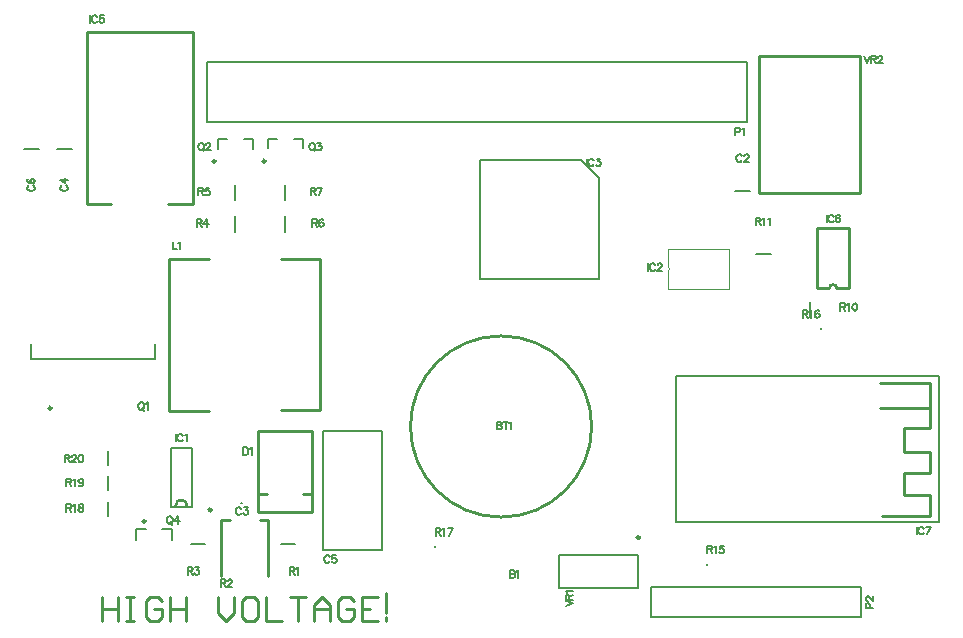
<source format=gto>
G04*
G04 #@! TF.GenerationSoftware,Altium Limited,Altium Designer,18.1.11 (251)*
G04*
G04 Layer_Color=65535*
%FSLAX25Y25*%
%MOIN*%
G70*
G01*
G75*
%ADD10C,0.00984*%
%ADD11C,0.01000*%
%ADD12C,0.00394*%
%ADD13C,0.00787*%
%ADD14C,0.00500*%
D10*
X287930Y336315D02*
G03*
X287930Y336315I-492J0D01*
G01*
X309941Y340154D02*
G03*
X309941Y340154I-492J0D01*
G01*
X452681Y330917D02*
G03*
X452681Y330917I-492J0D01*
G01*
X311238Y456323D02*
G03*
X311238Y456323I-492J0D01*
G01*
X327906Y456374D02*
G03*
X327906Y456374I-492J0D01*
G01*
X256661Y374031D02*
G03*
X256661Y374031I-492J0D01*
G01*
D11*
X301685Y341600D02*
G03*
X298000Y341600I-1843J0D01*
G01*
X436620Y367922D02*
G03*
X436620Y367922I-30208J0D01*
G01*
X518349Y414000D02*
G03*
X515849Y414000I-1250J0D01*
G01*
X340500Y345500D02*
X343500D01*
X325500D02*
X328500D01*
X343500Y339500D02*
Y366450D01*
X334000D02*
X343500D01*
X325500Y339500D02*
Y366450D01*
X334000D01*
X325500Y339500D02*
X343500D01*
X333000Y373303D02*
X346197D01*
X333000Y423803D02*
X346197D01*
Y373303D02*
Y423803D01*
X295803Y373197D02*
Y423697D01*
Y373197D02*
X309000D01*
X295803Y423697D02*
X309000D01*
X325921Y336752D02*
X328874D01*
Y318248D02*
Y336752D01*
X313126Y318248D02*
Y336752D01*
X316079D01*
X492476Y491270D02*
X525941D01*
X492476Y445601D02*
X525941D01*
Y491270D01*
X492476Y445601D02*
Y491270D01*
X268284Y442000D02*
Y499315D01*
X303716D02*
X303716Y442000D01*
X268284Y499315D02*
X303716D01*
X268284Y442000D02*
X276500D01*
X295500D02*
X303716D01*
X532874Y382492D02*
X549374D01*
Y367492D02*
Y382492D01*
X540874Y367492D02*
X549374D01*
X540874Y359492D02*
Y367492D01*
Y359492D02*
X549374D01*
Y352492D02*
Y359492D01*
X540874Y352492D02*
X549374D01*
X540874Y344992D02*
Y352492D01*
Y344992D02*
X549374D01*
Y337992D02*
Y344992D01*
X534374Y337992D02*
X549374D01*
X533374D02*
X534374D01*
X532874Y373992D02*
X549374D01*
X522399Y414000D02*
Y434000D01*
X511899D02*
X522399D01*
X511899Y414000D02*
Y434000D01*
Y414000D02*
X515849D01*
X518349D02*
X522399D01*
X273500Y310997D02*
Y303000D01*
Y306999D01*
X278832D01*
Y310997D01*
Y303000D01*
X281497Y310997D02*
X284163D01*
X282830D01*
Y303000D01*
X281497D01*
X284163D01*
X293494Y309665D02*
X292161Y310997D01*
X289495D01*
X288162Y309665D01*
Y304333D01*
X289495Y303000D01*
X292161D01*
X293494Y304333D01*
Y306999D01*
X290828D01*
X296159Y310997D02*
Y303000D01*
Y306999D01*
X301491D01*
Y310997D01*
Y303000D01*
X312154Y310997D02*
Y305666D01*
X314820Y303000D01*
X317486Y305666D01*
Y310997D01*
X324150D02*
X321484D01*
X320152Y309665D01*
Y304333D01*
X321484Y303000D01*
X324150D01*
X325483Y304333D01*
Y309665D01*
X324150Y310997D01*
X328149D02*
Y303000D01*
X333481D01*
X336146Y310997D02*
X341478D01*
X338812D01*
Y303000D01*
X344144D02*
Y308332D01*
X346810Y310997D01*
X349475Y308332D01*
Y303000D01*
Y306999D01*
X344144D01*
X357473Y309665D02*
X356140Y310997D01*
X353474D01*
X352141Y309665D01*
Y304333D01*
X353474Y303000D01*
X356140D01*
X357473Y304333D01*
Y306999D01*
X354807D01*
X365470Y310997D02*
X360139D01*
Y303000D01*
X365470D01*
X360139Y306999D02*
X362804D01*
X368136Y305666D02*
Y312330D01*
Y304333D02*
Y303000D01*
D12*
X461984Y419789D02*
G03*
X461984Y421068I0J640D01*
G01*
Y413677D02*
Y419789D01*
Y421068D02*
Y427181D01*
X482457D01*
Y413677D02*
Y427181D01*
X461984Y413677D02*
X482457D01*
D13*
X293540Y333756D02*
X296690D01*
Y330213D02*
Y333756D01*
X284879D02*
X288028D01*
X284879Y330213D02*
Y333756D01*
X275500Y355016D02*
Y359740D01*
X275500Y346638D02*
Y351362D01*
X275500Y338138D02*
Y342862D01*
X319803Y342457D02*
X320197D01*
X303543Y341158D02*
Y360842D01*
X296457Y341158D02*
Y360842D01*
Y341158D02*
X303543D01*
X296457Y360842D02*
X303543D01*
X333138Y328878D02*
X337862D01*
X347158Y326618D02*
X357000D01*
X347158D02*
Y366382D01*
X366843D01*
Y326618D02*
Y366382D01*
X357000Y326618D02*
X366843D01*
X303138Y328878D02*
X307862D01*
X425811Y325012D02*
X452189D01*
X425811Y313988D02*
X452189D01*
Y325012D01*
X425811Y313988D02*
Y325012D01*
X475075Y321803D02*
Y322197D01*
X513043Y400303D02*
Y400697D01*
X384457Y327681D02*
Y328075D01*
X456500Y304500D02*
X526500D01*
Y314500D01*
X456500D02*
X526500D01*
X456500Y304500D02*
Y314500D01*
X491303Y425500D02*
X496421D01*
X464874Y384768D02*
X552374D01*
X464874Y336224D02*
Y384768D01*
Y336224D02*
X552374D01*
Y348360D02*
Y372632D01*
Y384768D01*
Y336224D02*
Y348992D01*
X509402Y404441D02*
Y409559D01*
X484441Y446500D02*
X489559D01*
X320588Y463705D02*
X323738D01*
Y460555D02*
Y463705D01*
X311927D02*
X315076D01*
X311927Y460555D02*
Y463705D01*
X337256Y463756D02*
X340406D01*
Y460606D02*
Y463756D01*
X328594D02*
X331744D01*
X328594Y460606D02*
Y463756D01*
X317832Y443390D02*
Y448508D01*
X334500Y443390D02*
Y448508D01*
X317832Y432890D02*
Y438008D01*
X334500Y432890D02*
Y438008D01*
X258441Y460500D02*
X263559D01*
X247441D02*
X252559D01*
X308500Y469500D02*
Y489500D01*
X488500Y469500D02*
Y489500D01*
X308500Y469500D02*
X488500D01*
X308500Y489500D02*
X488500D01*
X399543Y456744D02*
X432988D01*
X399543Y417256D02*
Y456744D01*
Y417256D02*
X439032D01*
Y450701D01*
X432988Y456744D02*
X439032Y450701D01*
X249831Y390567D02*
Y395488D01*
Y390567D02*
X291169D01*
Y395488D01*
D14*
X295714Y338000D02*
X295476Y337880D01*
X295238Y337642D01*
X295119Y337404D01*
X295000Y337047D01*
Y336452D01*
X295119Y336095D01*
X295238Y335857D01*
X295476Y335619D01*
X295714Y335500D01*
X296190D01*
X296428Y335619D01*
X296666Y335857D01*
X296785Y336095D01*
X296904Y336452D01*
Y337047D01*
X296785Y337404D01*
X296666Y337642D01*
X296428Y337880D01*
X296190Y338000D01*
X295714D01*
X296071Y335976D02*
X296785Y335262D01*
X298678Y338000D02*
X297488Y336333D01*
X299273D01*
X298678Y338000D02*
Y335500D01*
X261000Y358500D02*
Y356000D01*
Y358500D02*
X262071D01*
X262428Y358380D01*
X262547Y358261D01*
X262666Y358023D01*
Y357785D01*
X262547Y357547D01*
X262428Y357428D01*
X262071Y357309D01*
X261000D01*
X261833D02*
X262666Y356000D01*
X263345Y357904D02*
Y358023D01*
X263464Y358261D01*
X263583Y358380D01*
X263821Y358500D01*
X264297D01*
X264535Y358380D01*
X264654Y358261D01*
X264773Y358023D01*
Y357785D01*
X264654Y357547D01*
X264416Y357190D01*
X263226Y356000D01*
X264892D01*
X266165Y358500D02*
X265809Y358380D01*
X265570Y358023D01*
X265451Y357428D01*
Y357071D01*
X265570Y356476D01*
X265809Y356119D01*
X266165Y356000D01*
X266404D01*
X266761Y356119D01*
X266999Y356476D01*
X267118Y357071D01*
Y357428D01*
X266999Y358023D01*
X266761Y358380D01*
X266404Y358500D01*
X266165D01*
X261500Y350500D02*
Y348000D01*
Y350500D02*
X262571D01*
X262928Y350380D01*
X263047Y350261D01*
X263166Y350023D01*
Y349785D01*
X263047Y349547D01*
X262928Y349428D01*
X262571Y349309D01*
X261500D01*
X262333D02*
X263166Y348000D01*
X263726Y350023D02*
X263964Y350142D01*
X264321Y350500D01*
Y348000D01*
X267106Y349666D02*
X266987Y349309D01*
X266749Y349071D01*
X266392Y348952D01*
X266273D01*
X265916Y349071D01*
X265678Y349309D01*
X265559Y349666D01*
Y349785D01*
X265678Y350142D01*
X265916Y350380D01*
X266273Y350500D01*
X266392D01*
X266749Y350380D01*
X266987Y350142D01*
X267106Y349666D01*
Y349071D01*
X266987Y348476D01*
X266749Y348119D01*
X266392Y348000D01*
X266154D01*
X265797Y348119D01*
X265678Y348357D01*
X261500Y342000D02*
Y339500D01*
Y342000D02*
X262571D01*
X262928Y341880D01*
X263047Y341761D01*
X263166Y341523D01*
Y341285D01*
X263047Y341047D01*
X262928Y340928D01*
X262571Y340809D01*
X261500D01*
X262333D02*
X263166Y339500D01*
X263726Y341523D02*
X263964Y341642D01*
X264321Y342000D01*
Y339500D01*
X266154Y342000D02*
X265797Y341880D01*
X265678Y341642D01*
Y341404D01*
X265797Y341166D01*
X266035Y341047D01*
X266511Y340928D01*
X266868Y340809D01*
X267106Y340571D01*
X267225Y340333D01*
Y339976D01*
X267106Y339738D01*
X266987Y339619D01*
X266630Y339500D01*
X266154D01*
X265797Y339619D01*
X265678Y339738D01*
X265559Y339976D01*
Y340333D01*
X265678Y340571D01*
X265916Y340809D01*
X266273Y340928D01*
X266749Y341047D01*
X266987Y341166D01*
X267106Y341404D01*
Y341642D01*
X266987Y341880D01*
X266630Y342000D01*
X266154D01*
X384600Y334077D02*
Y331578D01*
Y334077D02*
X385671D01*
X386028Y333958D01*
X386147Y333839D01*
X386266Y333601D01*
Y333363D01*
X386147Y333125D01*
X386028Y333006D01*
X385671Y332887D01*
X384600D01*
X385433D02*
X386266Y331578D01*
X386826Y333601D02*
X387064Y333720D01*
X387421Y334077D01*
Y331578D01*
X390325Y334077D02*
X389135Y331578D01*
X388659Y334077D02*
X390325D01*
X507000Y406651D02*
Y404152D01*
Y406651D02*
X508071D01*
X508428Y406532D01*
X508547Y406413D01*
X508666Y406175D01*
Y405937D01*
X508547Y405699D01*
X508428Y405580D01*
X508071Y405461D01*
X507000D01*
X507833D02*
X508666Y404152D01*
X509226Y406175D02*
X509464Y406294D01*
X509821Y406651D01*
Y404152D01*
X512487Y406294D02*
X512368Y406532D01*
X512011Y406651D01*
X511773D01*
X511416Y406532D01*
X511178Y406175D01*
X511059Y405580D01*
Y404985D01*
X511178Y404509D01*
X511416Y404271D01*
X511773Y404152D01*
X511892D01*
X512249Y404271D01*
X512487Y404509D01*
X512606Y404866D01*
Y404985D01*
X512487Y405342D01*
X512249Y405580D01*
X511892Y405699D01*
X511773D01*
X511416Y405580D01*
X511178Y405342D01*
X511059Y404985D01*
X475168Y328150D02*
Y325650D01*
Y328150D02*
X476239D01*
X476596Y328030D01*
X476715Y327911D01*
X476834Y327673D01*
Y327435D01*
X476715Y327197D01*
X476596Y327078D01*
X476239Y326959D01*
X475168D01*
X476001D02*
X476834Y325650D01*
X477394Y327673D02*
X477632Y327792D01*
X477989Y328150D01*
Y325650D01*
X480655Y328150D02*
X479465D01*
X479346Y327078D01*
X479465Y327197D01*
X479822Y327316D01*
X480179D01*
X480536Y327197D01*
X480774Y326959D01*
X480893Y326602D01*
Y326364D01*
X480774Y326007D01*
X480536Y325769D01*
X480179Y325650D01*
X479822D01*
X479465Y325769D01*
X479346Y325888D01*
X479227Y326126D01*
X527500Y491500D02*
X528452Y489000D01*
X529404Y491500D02*
X528452Y489000D01*
X529726Y491500D02*
Y489000D01*
Y491500D02*
X530797D01*
X531154Y491380D01*
X531273Y491261D01*
X531392Y491023D01*
Y490785D01*
X531273Y490547D01*
X531154Y490428D01*
X530797Y490309D01*
X529726D01*
X530559D02*
X531392Y489000D01*
X532070Y490904D02*
Y491023D01*
X532190Y491261D01*
X532308Y491380D01*
X532547Y491500D01*
X533023D01*
X533261Y491380D01*
X533380Y491261D01*
X533499Y491023D01*
Y490785D01*
X533380Y490547D01*
X533142Y490190D01*
X531951Y489000D01*
X533618D01*
X435000Y457232D02*
Y454732D01*
X437309Y456637D02*
X437190Y456875D01*
X436952Y457113D01*
X436714Y457232D01*
X436238D01*
X436000Y457113D01*
X435762Y456875D01*
X435643Y456637D01*
X435524Y456280D01*
Y455685D01*
X435643Y455327D01*
X435762Y455089D01*
X436000Y454851D01*
X436238Y454732D01*
X436714D01*
X436952Y454851D01*
X437190Y455089D01*
X437309Y455327D01*
X438249Y457232D02*
X439559D01*
X438844Y456280D01*
X439201D01*
X439439Y456161D01*
X439559Y456042D01*
X439678Y455685D01*
Y455446D01*
X439559Y455089D01*
X439321Y454851D01*
X438963Y454732D01*
X438606D01*
X438249Y454851D01*
X438130Y454970D01*
X438011Y455208D01*
X484500Y466190D02*
X485571D01*
X485928Y466309D01*
X486047Y466428D01*
X486166Y466666D01*
Y467023D01*
X486047Y467261D01*
X485928Y467380D01*
X485571Y467499D01*
X484500D01*
Y465000D01*
X486726Y467023D02*
X486964Y467142D01*
X487321Y467499D01*
Y465000D01*
X428000Y308000D02*
X430500Y308952D01*
X428000Y309904D02*
X430500Y308952D01*
X428000Y310226D02*
X430500D01*
X428000D02*
Y311297D01*
X428120Y311654D01*
X428239Y311773D01*
X428477Y311892D01*
X428715D01*
X428953Y311773D01*
X429072Y311654D01*
X429191Y311297D01*
Y310226D01*
Y311059D02*
X430500Y311892D01*
X428477Y312451D02*
X428358Y312689D01*
X428000Y313047D01*
X430500D01*
X491303Y437500D02*
Y435000D01*
Y437500D02*
X492374D01*
X492731Y437380D01*
X492850Y437261D01*
X492970Y437023D01*
Y436785D01*
X492850Y436547D01*
X492731Y436428D01*
X492374Y436309D01*
X491303D01*
X492136D02*
X492970Y435000D01*
X493529Y437023D02*
X493767Y437142D01*
X494124Y437500D01*
Y435000D01*
X495362Y437023D02*
X495600Y437142D01*
X495957Y437500D01*
Y435000D01*
X519500Y408999D02*
Y406500D01*
Y408999D02*
X520571D01*
X520928Y408880D01*
X521047Y408761D01*
X521166Y408523D01*
Y408285D01*
X521047Y408047D01*
X520928Y407928D01*
X520571Y407809D01*
X519500D01*
X520333D02*
X521166Y406500D01*
X521726Y408523D02*
X521964Y408642D01*
X522321Y408999D01*
Y406500D01*
X524273Y408999D02*
X523916Y408880D01*
X523678Y408523D01*
X523559Y407928D01*
Y407571D01*
X523678Y406976D01*
X523916Y406619D01*
X524273Y406500D01*
X524511D01*
X524868Y406619D01*
X525106Y406976D01*
X525225Y407571D01*
Y407928D01*
X525106Y408523D01*
X524868Y408880D01*
X524511Y408999D01*
X524273D01*
X343000Y447500D02*
Y445000D01*
Y447500D02*
X344071D01*
X344428Y447380D01*
X344547Y447261D01*
X344666Y447023D01*
Y446785D01*
X344547Y446547D01*
X344428Y446428D01*
X344071Y446309D01*
X343000D01*
X343833D02*
X344666Y445000D01*
X346892Y447500D02*
X345702Y445000D01*
X345226Y447500D02*
X346892D01*
X343500Y437000D02*
Y434500D01*
Y437000D02*
X344571D01*
X344928Y436880D01*
X345047Y436761D01*
X345166Y436523D01*
Y436285D01*
X345047Y436047D01*
X344928Y435928D01*
X344571Y435809D01*
X343500D01*
X344333D02*
X345166Y434500D01*
X347154Y436642D02*
X347035Y436880D01*
X346678Y437000D01*
X346440D01*
X346083Y436880D01*
X345845Y436523D01*
X345726Y435928D01*
Y435333D01*
X345845Y434857D01*
X346083Y434619D01*
X346440Y434500D01*
X346559D01*
X346916Y434619D01*
X347154Y434857D01*
X347273Y435214D01*
Y435333D01*
X347154Y435690D01*
X346916Y435928D01*
X346559Y436047D01*
X346440D01*
X346083Y435928D01*
X345845Y435690D01*
X345726Y435333D01*
X305500Y447500D02*
Y445000D01*
Y447500D02*
X306571D01*
X306928Y447380D01*
X307047Y447261D01*
X307166Y447023D01*
Y446785D01*
X307047Y446547D01*
X306928Y446428D01*
X306571Y446309D01*
X305500D01*
X306333D02*
X307166Y445000D01*
X309154Y447500D02*
X307964D01*
X307845Y446428D01*
X307964Y446547D01*
X308321Y446666D01*
X308678D01*
X309035Y446547D01*
X309273Y446309D01*
X309392Y445952D01*
Y445714D01*
X309273Y445357D01*
X309035Y445119D01*
X308678Y445000D01*
X308321D01*
X307964Y445119D01*
X307845Y445238D01*
X307726Y445476D01*
X305000Y437000D02*
Y434500D01*
Y437000D02*
X306071D01*
X306428Y436880D01*
X306547Y436761D01*
X306666Y436523D01*
Y436285D01*
X306547Y436047D01*
X306428Y435928D01*
X306071Y435809D01*
X305000D01*
X305833D02*
X306666Y434500D01*
X308416Y437000D02*
X307226Y435333D01*
X309011D01*
X308416Y437000D02*
Y434500D01*
X302000Y321000D02*
Y318500D01*
Y321000D02*
X303071D01*
X303428Y320880D01*
X303547Y320761D01*
X303666Y320523D01*
Y320285D01*
X303547Y320047D01*
X303428Y319928D01*
X303071Y319809D01*
X302000D01*
X302833D02*
X303666Y318500D01*
X304464Y321000D02*
X305773D01*
X305059Y320047D01*
X305416D01*
X305654Y319928D01*
X305773Y319809D01*
X305892Y319452D01*
Y319214D01*
X305773Y318857D01*
X305535Y318619D01*
X305178Y318500D01*
X304821D01*
X304464Y318619D01*
X304345Y318738D01*
X304226Y318976D01*
X313000Y317000D02*
Y314500D01*
Y317000D02*
X314071D01*
X314428Y316880D01*
X314547Y316761D01*
X314666Y316523D01*
Y316285D01*
X314547Y316047D01*
X314428Y315928D01*
X314071Y315809D01*
X313000D01*
X313833D02*
X314666Y314500D01*
X315345Y316404D02*
Y316523D01*
X315464Y316761D01*
X315583Y316880D01*
X315821Y317000D01*
X316297D01*
X316535Y316880D01*
X316654Y316761D01*
X316773Y316523D01*
Y316285D01*
X316654Y316047D01*
X316416Y315690D01*
X315226Y314500D01*
X316892D01*
X336000Y321000D02*
Y318500D01*
Y321000D02*
X337071D01*
X337428Y320880D01*
X337547Y320761D01*
X337666Y320523D01*
Y320285D01*
X337547Y320047D01*
X337428Y319928D01*
X337071Y319809D01*
X336000D01*
X336833D02*
X337666Y318500D01*
X338226Y320523D02*
X338464Y320642D01*
X338821Y321000D01*
Y318500D01*
X343214Y462500D02*
X342976Y462380D01*
X342738Y462142D01*
X342619Y461904D01*
X342500Y461547D01*
Y460952D01*
X342619Y460595D01*
X342738Y460357D01*
X342976Y460119D01*
X343214Y460000D01*
X343690D01*
X343928Y460119D01*
X344166Y460357D01*
X344285Y460595D01*
X344404Y460952D01*
Y461547D01*
X344285Y461904D01*
X344166Y462142D01*
X343928Y462380D01*
X343690Y462500D01*
X343214D01*
X343571Y460476D02*
X344285Y459762D01*
X345226Y462500D02*
X346535D01*
X345821Y461547D01*
X346178D01*
X346416Y461428D01*
X346535Y461309D01*
X346654Y460952D01*
Y460714D01*
X346535Y460357D01*
X346297Y460119D01*
X345940Y460000D01*
X345583D01*
X345226Y460119D01*
X345107Y460238D01*
X344988Y460476D01*
X306214Y462500D02*
X305976Y462380D01*
X305738Y462142D01*
X305619Y461904D01*
X305500Y461547D01*
Y460952D01*
X305619Y460595D01*
X305738Y460357D01*
X305976Y460119D01*
X306214Y460000D01*
X306690D01*
X306928Y460119D01*
X307166Y460357D01*
X307285Y460595D01*
X307404Y460952D01*
Y461547D01*
X307285Y461904D01*
X307166Y462142D01*
X306928Y462380D01*
X306690Y462500D01*
X306214D01*
X306571Y460476D02*
X307285Y459762D01*
X308107Y461904D02*
Y462023D01*
X308226Y462261D01*
X308345Y462380D01*
X308583Y462500D01*
X309059D01*
X309297Y462380D01*
X309416Y462261D01*
X309535Y462023D01*
Y461785D01*
X309416Y461547D01*
X309178Y461190D01*
X307988Y460000D01*
X309654D01*
X286214Y375999D02*
X285976Y375880D01*
X285738Y375642D01*
X285619Y375404D01*
X285500Y375047D01*
Y374452D01*
X285619Y374095D01*
X285738Y373857D01*
X285976Y373619D01*
X286214Y373500D01*
X286690D01*
X286928Y373619D01*
X287166Y373857D01*
X287285Y374095D01*
X287404Y374452D01*
Y375047D01*
X287285Y375404D01*
X287166Y375642D01*
X286928Y375880D01*
X286690Y375999D01*
X286214D01*
X286571Y373976D02*
X287285Y373262D01*
X287988Y375523D02*
X288226Y375642D01*
X288583Y375999D01*
Y373500D01*
X529310Y307500D02*
Y308571D01*
X529191Y308928D01*
X529072Y309047D01*
X528834Y309166D01*
X528477D01*
X528239Y309047D01*
X528120Y308928D01*
X528000Y308571D01*
Y307500D01*
X530500D01*
X528596Y309845D02*
X528477D01*
X528239Y309964D01*
X528120Y310083D01*
X528000Y310321D01*
Y310797D01*
X528120Y311035D01*
X528239Y311154D01*
X528477Y311273D01*
X528715D01*
X528953Y311154D01*
X529310Y310916D01*
X530500Y309726D01*
Y311392D01*
X297000Y429499D02*
Y427000D01*
X298428D01*
X298702Y429023D02*
X298940Y429142D01*
X299297Y429499D01*
Y427000D01*
X545000Y334492D02*
Y331992D01*
X547309Y333896D02*
X547190Y334135D01*
X546952Y334373D01*
X546714Y334492D01*
X546238D01*
X546000Y334373D01*
X545762Y334135D01*
X545643Y333896D01*
X545524Y333539D01*
Y332944D01*
X545643Y332587D01*
X545762Y332349D01*
X546000Y332111D01*
X546238Y331992D01*
X546714D01*
X546952Y332111D01*
X547190Y332349D01*
X547309Y332587D01*
X549678Y334492D02*
X548487Y331992D01*
X548011Y334492D02*
X549678D01*
X515000Y438499D02*
Y436000D01*
X517309Y437904D02*
X517190Y438142D01*
X516952Y438380D01*
X516714Y438499D01*
X516238D01*
X516000Y438380D01*
X515762Y438142D01*
X515643Y437904D01*
X515524Y437547D01*
Y436952D01*
X515643Y436595D01*
X515762Y436357D01*
X516000Y436119D01*
X516238Y436000D01*
X516714D01*
X516952Y436119D01*
X517190Y436357D01*
X517309Y436595D01*
X519440Y438142D02*
X519320Y438380D01*
X518963Y438499D01*
X518725D01*
X518368Y438380D01*
X518130Y438023D01*
X518011Y437428D01*
Y436833D01*
X518130Y436357D01*
X518368Y436119D01*
X518725Y436000D01*
X518844D01*
X519202Y436119D01*
X519440Y436357D01*
X519559Y436714D01*
Y436833D01*
X519440Y437190D01*
X519202Y437428D01*
X518844Y437547D01*
X518725D01*
X518368Y437428D01*
X518130Y437190D01*
X518011Y436833D01*
X269500Y504999D02*
Y502500D01*
X271809Y504404D02*
X271690Y504642D01*
X271452Y504880D01*
X271214Y504999D01*
X270738D01*
X270500Y504880D01*
X270262Y504642D01*
X270143Y504404D01*
X270024Y504047D01*
Y503452D01*
X270143Y503095D01*
X270262Y502857D01*
X270500Y502619D01*
X270738Y502500D01*
X271214D01*
X271452Y502619D01*
X271690Y502857D01*
X271809Y503095D01*
X273939Y504999D02*
X272749D01*
X272630Y503928D01*
X272749Y504047D01*
X273106Y504166D01*
X273463D01*
X273820Y504047D01*
X274059Y503809D01*
X274178Y503452D01*
Y503214D01*
X274059Y502857D01*
X273820Y502619D01*
X273463Y502500D01*
X273106D01*
X272749Y502619D01*
X272630Y502738D01*
X272511Y502976D01*
X455500Y422288D02*
Y419789D01*
X457809Y421693D02*
X457690Y421931D01*
X457452Y422169D01*
X457214Y422288D01*
X456738D01*
X456500Y422169D01*
X456262Y421931D01*
X456143Y421693D01*
X456024Y421336D01*
Y420741D01*
X456143Y420384D01*
X456262Y420146D01*
X456500Y419908D01*
X456738Y419789D01*
X457214D01*
X457452Y419908D01*
X457690Y420146D01*
X457809Y420384D01*
X458630Y421693D02*
Y421812D01*
X458749Y422050D01*
X458868Y422169D01*
X459106Y422288D01*
X459583D01*
X459821Y422169D01*
X459939Y422050D01*
X460059Y421812D01*
Y421574D01*
X459939Y421336D01*
X459701Y420979D01*
X458511Y419789D01*
X460178D01*
X298000Y365499D02*
Y363000D01*
X300309Y364904D02*
X300190Y365142D01*
X299952Y365380D01*
X299714Y365499D01*
X299238D01*
X299000Y365380D01*
X298762Y365142D01*
X298643Y364904D01*
X298524Y364547D01*
Y363952D01*
X298643Y363595D01*
X298762Y363357D01*
X299000Y363119D01*
X299238Y363000D01*
X299714D01*
X299952Y363119D01*
X300190Y363357D01*
X300309Y363595D01*
X301011Y365023D02*
X301249Y365142D01*
X301606Y365499D01*
Y363000D01*
X320500Y360999D02*
Y358500D01*
Y360999D02*
X321333D01*
X321690Y360880D01*
X321928Y360642D01*
X322047Y360404D01*
X322166Y360047D01*
Y359452D01*
X322047Y359095D01*
X321928Y358857D01*
X321690Y358619D01*
X321333Y358500D01*
X320500D01*
X322726Y360523D02*
X322964Y360642D01*
X323321Y360999D01*
Y358500D01*
X249096Y448285D02*
X248858Y448166D01*
X248620Y447928D01*
X248500Y447690D01*
Y447214D01*
X248620Y446976D01*
X248858Y446738D01*
X249096Y446619D01*
X249453Y446500D01*
X250048D01*
X250405Y446619D01*
X250643Y446738D01*
X250881Y446976D01*
X251000Y447214D01*
Y447690D01*
X250881Y447928D01*
X250643Y448166D01*
X250405Y448285D01*
X248858Y450416D02*
X248620Y450297D01*
X248500Y449940D01*
Y449702D01*
X248620Y449345D01*
X248977Y449107D01*
X249572Y448988D01*
X250167D01*
X250643Y449107D01*
X250881Y449345D01*
X251000Y449702D01*
Y449821D01*
X250881Y450178D01*
X250643Y450416D01*
X250286Y450535D01*
X250167D01*
X249810Y450416D01*
X249572Y450178D01*
X249453Y449821D01*
Y449702D01*
X249572Y449345D01*
X249810Y449107D01*
X250167Y448988D01*
X349285Y324404D02*
X349166Y324642D01*
X348928Y324880D01*
X348690Y324999D01*
X348214D01*
X347976Y324880D01*
X347738Y324642D01*
X347619Y324404D01*
X347500Y324047D01*
Y323452D01*
X347619Y323095D01*
X347738Y322857D01*
X347976Y322619D01*
X348214Y322500D01*
X348690D01*
X348928Y322619D01*
X349166Y322857D01*
X349285Y323095D01*
X351416Y324999D02*
X350226D01*
X350107Y323928D01*
X350226Y324047D01*
X350583Y324166D01*
X350940D01*
X351297Y324047D01*
X351535Y323809D01*
X351654Y323452D01*
Y323214D01*
X351535Y322857D01*
X351297Y322619D01*
X350940Y322500D01*
X350583D01*
X350226Y322619D01*
X350107Y322738D01*
X349988Y322976D01*
X260096Y448285D02*
X259858Y448166D01*
X259620Y447928D01*
X259501Y447690D01*
Y447214D01*
X259620Y446976D01*
X259858Y446738D01*
X260096Y446619D01*
X260453Y446500D01*
X261048D01*
X261405Y446619D01*
X261643Y446738D01*
X261881Y446976D01*
X262000Y447214D01*
Y447690D01*
X261881Y447928D01*
X261643Y448166D01*
X261405Y448285D01*
X259501Y450178D02*
X261167Y448988D01*
Y450773D01*
X259501Y450178D02*
X262000D01*
X319785Y340404D02*
X319666Y340642D01*
X319428Y340880D01*
X319190Y341000D01*
X318714D01*
X318476Y340880D01*
X318238Y340642D01*
X318119Y340404D01*
X318000Y340047D01*
Y339452D01*
X318119Y339095D01*
X318238Y338857D01*
X318476Y338619D01*
X318714Y338500D01*
X319190D01*
X319428Y338619D01*
X319666Y338857D01*
X319785Y339095D01*
X320726Y341000D02*
X322035D01*
X321321Y340047D01*
X321678D01*
X321916Y339928D01*
X322035Y339809D01*
X322154Y339452D01*
Y339214D01*
X322035Y338857D01*
X321797Y338619D01*
X321440Y338500D01*
X321083D01*
X320726Y338619D01*
X320607Y338738D01*
X320488Y338976D01*
X486685Y458026D02*
X486566Y458264D01*
X486328Y458502D01*
X486090Y458622D01*
X485614D01*
X485376Y458502D01*
X485138Y458264D01*
X485019Y458026D01*
X484900Y457669D01*
Y457074D01*
X485019Y456717D01*
X485138Y456479D01*
X485376Y456241D01*
X485614Y456122D01*
X486090D01*
X486328Y456241D01*
X486566Y456479D01*
X486685Y456717D01*
X487507Y458026D02*
Y458145D01*
X487626Y458384D01*
X487745Y458502D01*
X487983Y458622D01*
X488459D01*
X488697Y458502D01*
X488816Y458384D01*
X488935Y458145D01*
Y457907D01*
X488816Y457669D01*
X488578Y457312D01*
X487388Y456122D01*
X489054D01*
X405000Y369499D02*
Y367000D01*
Y369499D02*
X406071D01*
X406428Y369380D01*
X406547Y369261D01*
X406666Y369023D01*
Y368785D01*
X406547Y368547D01*
X406428Y368428D01*
X406071Y368309D01*
X405000D02*
X406071D01*
X406428Y368190D01*
X406547Y368071D01*
X406666Y367833D01*
Y367476D01*
X406547Y367238D01*
X406428Y367119D01*
X406071Y367000D01*
X405000D01*
X408059Y369499D02*
Y367000D01*
X407226Y369499D02*
X408892D01*
X409190Y369023D02*
X409428Y369142D01*
X409785Y369499D01*
Y367000D01*
X409358Y320000D02*
Y317500D01*
Y320000D02*
X410429D01*
X410786Y319880D01*
X410906Y319761D01*
X411025Y319523D01*
Y319285D01*
X410906Y319047D01*
X410786Y318928D01*
X410429Y318809D01*
X409358D02*
X410429D01*
X410786Y318690D01*
X410906Y318571D01*
X411025Y318333D01*
Y317976D01*
X410906Y317738D01*
X410786Y317619D01*
X410429Y317500D01*
X409358D01*
X411584Y319523D02*
X411822Y319642D01*
X412179Y320000D01*
Y317500D01*
M02*

</source>
